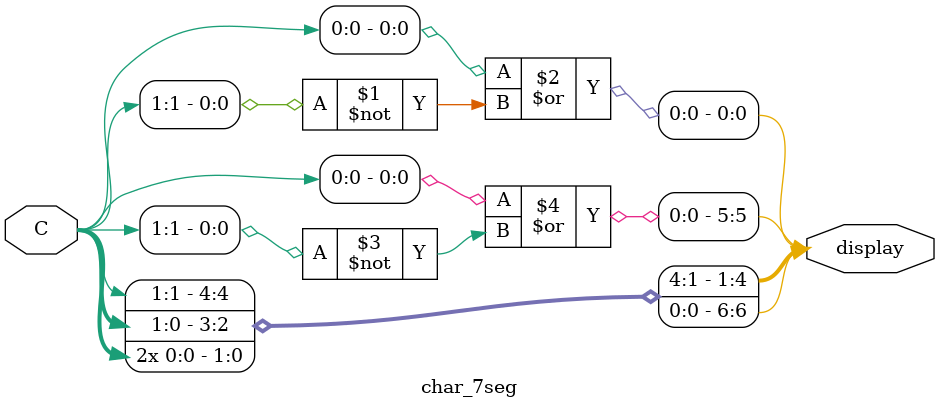
<source format=v>
module part5(SW, LEDR, HEX0, HEX1, HEX2);
	// Assigning inputs and outputs
	input [9:0] SW;
	output [9:0] LEDR;
	output [0:6] HEX0;
	output [0:6] HEX1;
	output [0:6] HEX2;
	
	// Wires to connect output of multiplexers to 7-segment decoder
	wire [1:0] M0;
	wire [1:0] M1;
	wire [1:0] M2;
	
	// Assigning pretty lights
	assign LEDR[9:0] = SW[9:0];
	
	// Logic
	// Multiplexers
	mux_2bit_3to1 U0 (SW[9:8], SW[5:4], SW[3:2], SW[1:0], M0);
	mux_2bit_3to1 U1 (SW[9:8], SW[1:0], SW[5:4], SW[3:2], M1);
	mux_2bit_3to1 U2 (SW[9:8], SW[3:2], SW[1:0], SW[5:4], M2);
	// 7-segment decoders
	char_7seg H0 (M0, HEX0);
	char_7seg H1 (M1, HEX1);
	char_7seg H2 (M2, HEX2);
endmodule

module mux_2bit_3to1(S, U, V, W, M);
	// Assigning inputs and outputs
	input [1:0] S, U, V, W;
	output [1:0] M;
	
	// Logic
	assign M = (S[1] ? W : (S[0] ? V : U));
endmodule

module char_7seg(C, display);
	// Assigning inputs and outputs
	input [1:0] C;
	output [0:6] display;
	
	assign display[0] = C[0] | ~C[1];
	assign display[1] = C[1];
	assign display[2] = C[1];
	assign display[3] = C[0];
	assign display[4] = C[0];
	assign display[5] = C[0] | ~C[1];
	assign display[6] = C[0];

//	assign display[0] = C[1] | ~C[0];
//	assign display[1] = C[0];
//	assign display[2] = C[0];
//	assign display[3] = C[1];
//	assign display[4] = C[1];
//	assign display[5] = C[1] | ~C[0];
//	assign display[6] = C[1];
endmodule

</source>
